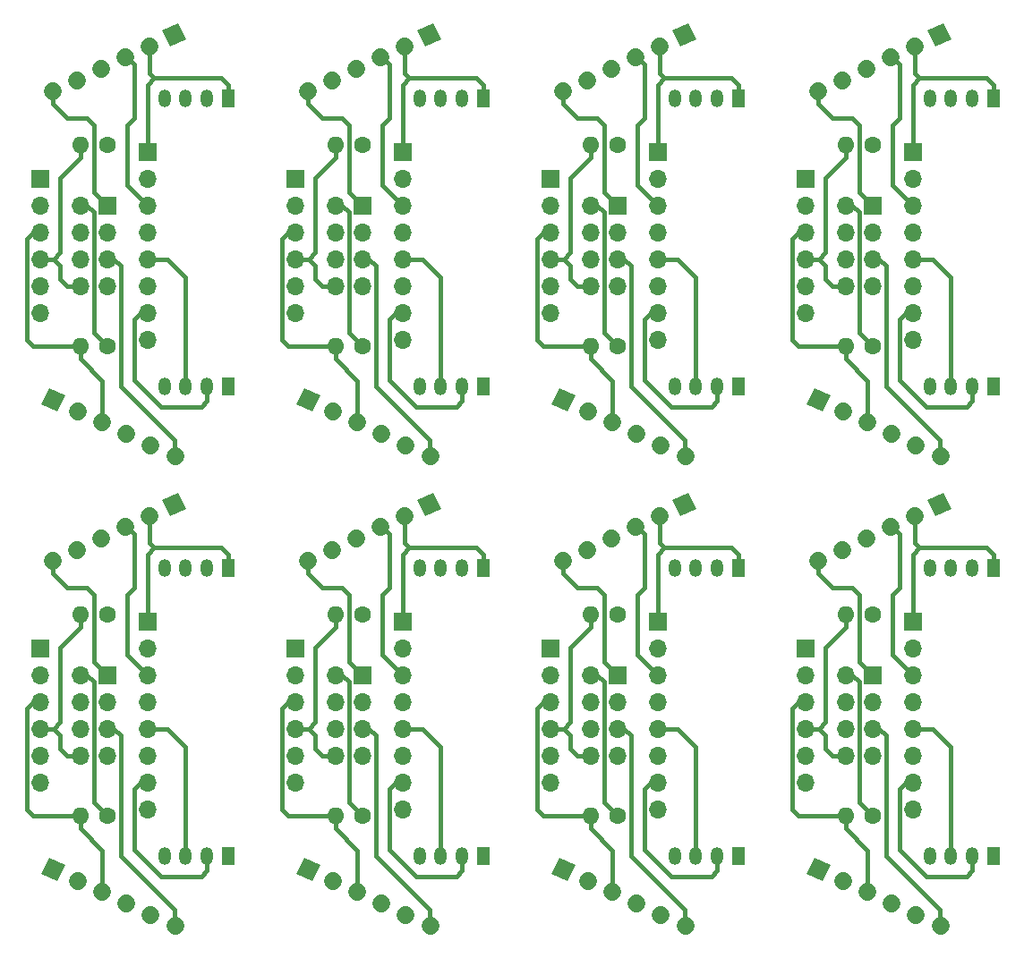
<source format=gtl>
G04 #@! TF.FileFunction,Copper,L1,Top,Signal*
%FSLAX46Y46*%
G04 Gerber Fmt 4.6, Leading zero omitted, Abs format (unit mm)*
G04 Created by KiCad (PCBNEW 4.0.7) date 06/11/20 11:20:33*
%MOMM*%
%LPD*%
G01*
G04 APERTURE LIST*
%ADD10C,0.100000*%
%ADD11R,1.700000X1.700000*%
%ADD12O,1.700000X1.700000*%
%ADD13C,1.600000*%
%ADD14O,1.600000X1.600000*%
%ADD15C,1.700000*%
%ADD16R,1.200000X1.700000*%
%ADD17O,1.200000X1.700000*%
%ADD18C,0.400000*%
G04 APERTURE END LIST*
D10*
D11*
X144780000Y-102870000D03*
D12*
X142240000Y-102870000D03*
X144780000Y-105410000D03*
X142240000Y-105410000D03*
X144780000Y-107950000D03*
X142240000Y-107950000D03*
X144780000Y-110490000D03*
X142240000Y-110490000D03*
D11*
X120650000Y-102870000D03*
D12*
X118110000Y-102870000D03*
X120650000Y-105410000D03*
X118110000Y-105410000D03*
X120650000Y-107950000D03*
X118110000Y-107950000D03*
X120650000Y-110490000D03*
X118110000Y-110490000D03*
D11*
X96520000Y-102870000D03*
D12*
X93980000Y-102870000D03*
X96520000Y-105410000D03*
X93980000Y-105410000D03*
X96520000Y-107950000D03*
X93980000Y-107950000D03*
X96520000Y-110490000D03*
X93980000Y-110490000D03*
D11*
X72390000Y-102870000D03*
D12*
X69850000Y-102870000D03*
X72390000Y-105410000D03*
X69850000Y-105410000D03*
X72390000Y-107950000D03*
X69850000Y-107950000D03*
X72390000Y-110490000D03*
X69850000Y-110490000D03*
D11*
X144780000Y-58420000D03*
D12*
X142240000Y-58420000D03*
X144780000Y-60960000D03*
X142240000Y-60960000D03*
X144780000Y-63500000D03*
X142240000Y-63500000D03*
X144780000Y-66040000D03*
X142240000Y-66040000D03*
D11*
X120650000Y-58420000D03*
D12*
X118110000Y-58420000D03*
X120650000Y-60960000D03*
X118110000Y-60960000D03*
X120650000Y-63500000D03*
X118110000Y-63500000D03*
X120650000Y-66040000D03*
X118110000Y-66040000D03*
D11*
X96520000Y-58420000D03*
D12*
X93980000Y-58420000D03*
X96520000Y-60960000D03*
X93980000Y-60960000D03*
X96520000Y-63500000D03*
X93980000Y-63500000D03*
X96520000Y-66040000D03*
X93980000Y-66040000D03*
D13*
X144780000Y-116205000D03*
D14*
X142240000Y-116205000D03*
D13*
X120650000Y-116205000D03*
D14*
X118110000Y-116205000D03*
D13*
X96520000Y-116205000D03*
D14*
X93980000Y-116205000D03*
D13*
X72390000Y-116205000D03*
D14*
X69850000Y-116205000D03*
D13*
X144780000Y-71755000D03*
D14*
X142240000Y-71755000D03*
D13*
X120650000Y-71755000D03*
D14*
X118110000Y-71755000D03*
D13*
X96520000Y-71755000D03*
D14*
X93980000Y-71755000D03*
D13*
X144780000Y-97155000D03*
D14*
X142240000Y-97155000D03*
D13*
X120650000Y-97155000D03*
D14*
X118110000Y-97155000D03*
D13*
X96520000Y-97155000D03*
D14*
X93980000Y-97155000D03*
D13*
X72390000Y-97155000D03*
D14*
X69850000Y-97155000D03*
D13*
X144780000Y-52705000D03*
D14*
X142240000Y-52705000D03*
D13*
X120650000Y-52705000D03*
D14*
X118110000Y-52705000D03*
D13*
X96520000Y-52705000D03*
D14*
X93980000Y-52705000D03*
D10*
G36*
X150000413Y-86329864D02*
X151541136Y-85611413D01*
X152259587Y-87152136D01*
X150718864Y-87870587D01*
X150000413Y-86329864D01*
X150000413Y-86329864D01*
G37*
D15*
X148827978Y-87814450D02*
X148827978Y-87814450D01*
X146525956Y-88887901D02*
X146525956Y-88887901D01*
X144223935Y-89961351D02*
X144223935Y-89961351D01*
X141921913Y-91034802D02*
X141921913Y-91034802D01*
X139619891Y-92108252D02*
X139619891Y-92108252D01*
D10*
G36*
X125870413Y-86329864D02*
X127411136Y-85611413D01*
X128129587Y-87152136D01*
X126588864Y-87870587D01*
X125870413Y-86329864D01*
X125870413Y-86329864D01*
G37*
D15*
X124697978Y-87814450D02*
X124697978Y-87814450D01*
X122395956Y-88887901D02*
X122395956Y-88887901D01*
X120093935Y-89961351D02*
X120093935Y-89961351D01*
X117791913Y-91034802D02*
X117791913Y-91034802D01*
X115489891Y-92108252D02*
X115489891Y-92108252D01*
D10*
G36*
X101740413Y-86329864D02*
X103281136Y-85611413D01*
X103999587Y-87152136D01*
X102458864Y-87870587D01*
X101740413Y-86329864D01*
X101740413Y-86329864D01*
G37*
D15*
X100567978Y-87814450D02*
X100567978Y-87814450D01*
X98265956Y-88887901D02*
X98265956Y-88887901D01*
X95963935Y-89961351D02*
X95963935Y-89961351D01*
X93661913Y-91034802D02*
X93661913Y-91034802D01*
X91359891Y-92108252D02*
X91359891Y-92108252D01*
D10*
G36*
X77610413Y-86329864D02*
X79151136Y-85611413D01*
X79869587Y-87152136D01*
X78328864Y-87870587D01*
X77610413Y-86329864D01*
X77610413Y-86329864D01*
G37*
D15*
X76437978Y-87814450D02*
X76437978Y-87814450D01*
X74135956Y-88887901D02*
X74135956Y-88887901D01*
X71833935Y-89961351D02*
X71833935Y-89961351D01*
X69531913Y-91034802D02*
X69531913Y-91034802D01*
X67229891Y-92108252D02*
X67229891Y-92108252D01*
D10*
G36*
X150000413Y-41879864D02*
X151541136Y-41161413D01*
X152259587Y-42702136D01*
X150718864Y-43420587D01*
X150000413Y-41879864D01*
X150000413Y-41879864D01*
G37*
D15*
X148827978Y-43364450D02*
X148827978Y-43364450D01*
X146525956Y-44437901D02*
X146525956Y-44437901D01*
X144223935Y-45511351D02*
X144223935Y-45511351D01*
X141921913Y-46584802D02*
X141921913Y-46584802D01*
X139619891Y-47658252D02*
X139619891Y-47658252D01*
D10*
G36*
X125870413Y-41879864D02*
X127411136Y-41161413D01*
X128129587Y-42702136D01*
X126588864Y-43420587D01*
X125870413Y-41879864D01*
X125870413Y-41879864D01*
G37*
D15*
X124697978Y-43364450D02*
X124697978Y-43364450D01*
X122395956Y-44437901D02*
X122395956Y-44437901D01*
X120093935Y-45511351D02*
X120093935Y-45511351D01*
X117791913Y-46584802D02*
X117791913Y-46584802D01*
X115489891Y-47658252D02*
X115489891Y-47658252D01*
D10*
G36*
X101740413Y-41879864D02*
X103281136Y-41161413D01*
X103999587Y-42702136D01*
X102458864Y-43420587D01*
X101740413Y-41879864D01*
X101740413Y-41879864D01*
G37*
D15*
X100567978Y-43364450D02*
X100567978Y-43364450D01*
X98265956Y-44437901D02*
X98265956Y-44437901D01*
X95963935Y-45511351D02*
X95963935Y-45511351D01*
X93661913Y-46584802D02*
X93661913Y-46584802D01*
X91359891Y-47658252D02*
X91359891Y-47658252D01*
D11*
X138430000Y-100330000D03*
D12*
X138430000Y-102870000D03*
X138430000Y-105410000D03*
X138430000Y-107950000D03*
X138430000Y-110490000D03*
X138430000Y-113030000D03*
D11*
X114300000Y-100330000D03*
D12*
X114300000Y-102870000D03*
X114300000Y-105410000D03*
X114300000Y-107950000D03*
X114300000Y-110490000D03*
X114300000Y-113030000D03*
D11*
X90170000Y-100330000D03*
D12*
X90170000Y-102870000D03*
X90170000Y-105410000D03*
X90170000Y-107950000D03*
X90170000Y-110490000D03*
X90170000Y-113030000D03*
D11*
X66040000Y-100330000D03*
D12*
X66040000Y-102870000D03*
X66040000Y-105410000D03*
X66040000Y-107950000D03*
X66040000Y-110490000D03*
X66040000Y-113030000D03*
D11*
X138430000Y-55880000D03*
D12*
X138430000Y-58420000D03*
X138430000Y-60960000D03*
X138430000Y-63500000D03*
X138430000Y-66040000D03*
X138430000Y-68580000D03*
D11*
X114300000Y-55880000D03*
D12*
X114300000Y-58420000D03*
X114300000Y-60960000D03*
X114300000Y-63500000D03*
X114300000Y-66040000D03*
X114300000Y-68580000D03*
D11*
X90170000Y-55880000D03*
D12*
X90170000Y-58420000D03*
X90170000Y-60960000D03*
X90170000Y-63500000D03*
X90170000Y-66040000D03*
X90170000Y-68580000D03*
D11*
X148590000Y-97790000D03*
D12*
X148590000Y-100330000D03*
X148590000Y-102870000D03*
X148590000Y-105410000D03*
X148590000Y-107950000D03*
X148590000Y-110490000D03*
X148590000Y-113030000D03*
X148590000Y-115570000D03*
D11*
X124460000Y-97790000D03*
D12*
X124460000Y-100330000D03*
X124460000Y-102870000D03*
X124460000Y-105410000D03*
X124460000Y-107950000D03*
X124460000Y-110490000D03*
X124460000Y-113030000D03*
X124460000Y-115570000D03*
D11*
X100330000Y-97790000D03*
D12*
X100330000Y-100330000D03*
X100330000Y-102870000D03*
X100330000Y-105410000D03*
X100330000Y-107950000D03*
X100330000Y-110490000D03*
X100330000Y-113030000D03*
X100330000Y-115570000D03*
D11*
X76200000Y-97790000D03*
D12*
X76200000Y-100330000D03*
X76200000Y-102870000D03*
X76200000Y-105410000D03*
X76200000Y-107950000D03*
X76200000Y-110490000D03*
X76200000Y-113030000D03*
X76200000Y-115570000D03*
D11*
X148590000Y-53340000D03*
D12*
X148590000Y-55880000D03*
X148590000Y-58420000D03*
X148590000Y-60960000D03*
X148590000Y-63500000D03*
X148590000Y-66040000D03*
X148590000Y-68580000D03*
X148590000Y-71120000D03*
D11*
X124460000Y-53340000D03*
D12*
X124460000Y-55880000D03*
X124460000Y-58420000D03*
X124460000Y-60960000D03*
X124460000Y-63500000D03*
X124460000Y-66040000D03*
X124460000Y-68580000D03*
X124460000Y-71120000D03*
D11*
X100330000Y-53340000D03*
D12*
X100330000Y-55880000D03*
X100330000Y-58420000D03*
X100330000Y-60960000D03*
X100330000Y-63500000D03*
X100330000Y-66040000D03*
X100330000Y-68580000D03*
X100330000Y-71120000D03*
D16*
X156210000Y-92710000D03*
D17*
X154210000Y-92710000D03*
X152210000Y-92710000D03*
X150210000Y-92710000D03*
D16*
X132080000Y-92710000D03*
D17*
X130080000Y-92710000D03*
X128080000Y-92710000D03*
X126080000Y-92710000D03*
D16*
X107950000Y-92710000D03*
D17*
X105950000Y-92710000D03*
X103950000Y-92710000D03*
X101950000Y-92710000D03*
D16*
X83820000Y-92710000D03*
D17*
X81820000Y-92710000D03*
X79820000Y-92710000D03*
X77820000Y-92710000D03*
D16*
X156210000Y-48260000D03*
D17*
X154210000Y-48260000D03*
X152210000Y-48260000D03*
X150210000Y-48260000D03*
D16*
X132080000Y-48260000D03*
D17*
X130080000Y-48260000D03*
X128080000Y-48260000D03*
X126080000Y-48260000D03*
D16*
X107950000Y-48260000D03*
D17*
X105950000Y-48260000D03*
X103950000Y-48260000D03*
X101950000Y-48260000D03*
D10*
G36*
X140111136Y-122414587D02*
X138570413Y-121696136D01*
X139288864Y-120155413D01*
X140829587Y-120873864D01*
X140111136Y-122414587D01*
X140111136Y-122414587D01*
G37*
D15*
X142002022Y-122358450D02*
X142002022Y-122358450D01*
X144304044Y-123431901D02*
X144304044Y-123431901D01*
X146606065Y-124505351D02*
X146606065Y-124505351D01*
X148908087Y-125578802D02*
X148908087Y-125578802D01*
X151210109Y-126652252D02*
X151210109Y-126652252D01*
D10*
G36*
X115981136Y-122414587D02*
X114440413Y-121696136D01*
X115158864Y-120155413D01*
X116699587Y-120873864D01*
X115981136Y-122414587D01*
X115981136Y-122414587D01*
G37*
D15*
X117872022Y-122358450D02*
X117872022Y-122358450D01*
X120174044Y-123431901D02*
X120174044Y-123431901D01*
X122476065Y-124505351D02*
X122476065Y-124505351D01*
X124778087Y-125578802D02*
X124778087Y-125578802D01*
X127080109Y-126652252D02*
X127080109Y-126652252D01*
D10*
G36*
X91851136Y-122414587D02*
X90310413Y-121696136D01*
X91028864Y-120155413D01*
X92569587Y-120873864D01*
X91851136Y-122414587D01*
X91851136Y-122414587D01*
G37*
D15*
X93742022Y-122358450D02*
X93742022Y-122358450D01*
X96044044Y-123431901D02*
X96044044Y-123431901D01*
X98346065Y-124505351D02*
X98346065Y-124505351D01*
X100648087Y-125578802D02*
X100648087Y-125578802D01*
X102950109Y-126652252D02*
X102950109Y-126652252D01*
D10*
G36*
X67721136Y-122414587D02*
X66180413Y-121696136D01*
X66898864Y-120155413D01*
X68439587Y-120873864D01*
X67721136Y-122414587D01*
X67721136Y-122414587D01*
G37*
D15*
X69612022Y-122358450D02*
X69612022Y-122358450D01*
X71914044Y-123431901D02*
X71914044Y-123431901D01*
X74216065Y-124505351D02*
X74216065Y-124505351D01*
X76518087Y-125578802D02*
X76518087Y-125578802D01*
X78820109Y-126652252D02*
X78820109Y-126652252D01*
D10*
G36*
X140111136Y-77964587D02*
X138570413Y-77246136D01*
X139288864Y-75705413D01*
X140829587Y-76423864D01*
X140111136Y-77964587D01*
X140111136Y-77964587D01*
G37*
D15*
X142002022Y-77908450D02*
X142002022Y-77908450D01*
X144304044Y-78981901D02*
X144304044Y-78981901D01*
X146606065Y-80055351D02*
X146606065Y-80055351D01*
X148908087Y-81128802D02*
X148908087Y-81128802D01*
X151210109Y-82202252D02*
X151210109Y-82202252D01*
D10*
G36*
X115981136Y-77964587D02*
X114440413Y-77246136D01*
X115158864Y-75705413D01*
X116699587Y-76423864D01*
X115981136Y-77964587D01*
X115981136Y-77964587D01*
G37*
D15*
X117872022Y-77908450D02*
X117872022Y-77908450D01*
X120174044Y-78981901D02*
X120174044Y-78981901D01*
X122476065Y-80055351D02*
X122476065Y-80055351D01*
X124778087Y-81128802D02*
X124778087Y-81128802D01*
X127080109Y-82202252D02*
X127080109Y-82202252D01*
D10*
G36*
X91851136Y-77964587D02*
X90310413Y-77246136D01*
X91028864Y-75705413D01*
X92569587Y-76423864D01*
X91851136Y-77964587D01*
X91851136Y-77964587D01*
G37*
D15*
X93742022Y-77908450D02*
X93742022Y-77908450D01*
X96044044Y-78981901D02*
X96044044Y-78981901D01*
X98346065Y-80055351D02*
X98346065Y-80055351D01*
X100648087Y-81128802D02*
X100648087Y-81128802D01*
X102950109Y-82202252D02*
X102950109Y-82202252D01*
D16*
X156210000Y-120015000D03*
D17*
X154210000Y-120015000D03*
X152210000Y-120015000D03*
X150210000Y-120015000D03*
D16*
X132080000Y-120015000D03*
D17*
X130080000Y-120015000D03*
X128080000Y-120015000D03*
X126080000Y-120015000D03*
D16*
X107950000Y-120015000D03*
D17*
X105950000Y-120015000D03*
X103950000Y-120015000D03*
X101950000Y-120015000D03*
D16*
X83820000Y-120015000D03*
D17*
X81820000Y-120015000D03*
X79820000Y-120015000D03*
X77820000Y-120015000D03*
D16*
X156210000Y-75565000D03*
D17*
X154210000Y-75565000D03*
X152210000Y-75565000D03*
X150210000Y-75565000D03*
D16*
X132080000Y-75565000D03*
D17*
X130080000Y-75565000D03*
X128080000Y-75565000D03*
X126080000Y-75565000D03*
D16*
X107950000Y-75565000D03*
D17*
X105950000Y-75565000D03*
X103950000Y-75565000D03*
X101950000Y-75565000D03*
D11*
X76200000Y-53340000D03*
D12*
X76200000Y-55880000D03*
X76200000Y-58420000D03*
X76200000Y-60960000D03*
X76200000Y-63500000D03*
X76200000Y-66040000D03*
X76200000Y-68580000D03*
X76200000Y-71120000D03*
D11*
X72390000Y-58420000D03*
D12*
X69850000Y-58420000D03*
X72390000Y-60960000D03*
X69850000Y-60960000D03*
X72390000Y-63500000D03*
X69850000Y-63500000D03*
X72390000Y-66040000D03*
X69850000Y-66040000D03*
D16*
X83820000Y-48260000D03*
D17*
X81820000Y-48260000D03*
X79820000Y-48260000D03*
X77820000Y-48260000D03*
D16*
X83820000Y-75565000D03*
D17*
X81820000Y-75565000D03*
X79820000Y-75565000D03*
X77820000Y-75565000D03*
D10*
G36*
X67721136Y-77964587D02*
X66180413Y-77246136D01*
X66898864Y-75705413D01*
X68439587Y-76423864D01*
X67721136Y-77964587D01*
X67721136Y-77964587D01*
G37*
D15*
X69612022Y-77908450D02*
X69612022Y-77908450D01*
X71914044Y-78981901D02*
X71914044Y-78981901D01*
X74216065Y-80055351D02*
X74216065Y-80055351D01*
X76518087Y-81128802D02*
X76518087Y-81128802D01*
X78820109Y-82202252D02*
X78820109Y-82202252D01*
D11*
X66040000Y-55880000D03*
D12*
X66040000Y-58420000D03*
X66040000Y-60960000D03*
X66040000Y-63500000D03*
X66040000Y-66040000D03*
X66040000Y-68580000D03*
D10*
G36*
X77610413Y-41879864D02*
X79151136Y-41161413D01*
X79869587Y-42702136D01*
X78328864Y-43420587D01*
X77610413Y-41879864D01*
X77610413Y-41879864D01*
G37*
D15*
X76437978Y-43364450D02*
X76437978Y-43364450D01*
X74135956Y-44437901D02*
X74135956Y-44437901D01*
X71833935Y-45511351D02*
X71833935Y-45511351D01*
X69531913Y-46584802D02*
X69531913Y-46584802D01*
X67229891Y-47658252D02*
X67229891Y-47658252D01*
D13*
X72390000Y-52705000D03*
D14*
X69850000Y-52705000D03*
D13*
X72390000Y-71755000D03*
D14*
X69850000Y-71755000D03*
D18*
X146050000Y-108585000D02*
X146050000Y-120015000D01*
X121920000Y-108585000D02*
X121920000Y-120015000D01*
X97790000Y-108585000D02*
X97790000Y-120015000D01*
X73660000Y-108585000D02*
X73660000Y-120015000D01*
X146050000Y-64135000D02*
X146050000Y-75565000D01*
X121920000Y-64135000D02*
X121920000Y-75565000D01*
X97790000Y-64135000D02*
X97790000Y-75565000D01*
X144780000Y-107950000D02*
X145415000Y-107950000D01*
X120650000Y-107950000D02*
X121285000Y-107950000D01*
X96520000Y-107950000D02*
X97155000Y-107950000D01*
X72390000Y-107950000D02*
X73025000Y-107950000D01*
X144780000Y-63500000D02*
X145415000Y-63500000D01*
X120650000Y-63500000D02*
X121285000Y-63500000D01*
X96520000Y-63500000D02*
X97155000Y-63500000D01*
X145415000Y-107950000D02*
X146050000Y-108585000D01*
X121285000Y-107950000D02*
X121920000Y-108585000D01*
X97155000Y-107950000D02*
X97790000Y-108585000D01*
X73025000Y-107950000D02*
X73660000Y-108585000D01*
X145415000Y-63500000D02*
X146050000Y-64135000D01*
X121285000Y-63500000D02*
X121920000Y-64135000D01*
X97155000Y-63500000D02*
X97790000Y-64135000D01*
X146050000Y-120015000D02*
X151130000Y-125095000D01*
X121920000Y-120015000D02*
X127000000Y-125095000D01*
X97790000Y-120015000D02*
X102870000Y-125095000D01*
X73660000Y-120015000D02*
X78740000Y-125095000D01*
X146050000Y-75565000D02*
X151130000Y-80645000D01*
X121920000Y-75565000D02*
X127000000Y-80645000D01*
X97790000Y-75565000D02*
X102870000Y-80645000D01*
X151130000Y-125095000D02*
X151130000Y-126572143D01*
X127000000Y-125095000D02*
X127000000Y-126572143D01*
X102870000Y-125095000D02*
X102870000Y-126572143D01*
X78740000Y-125095000D02*
X78740000Y-126572143D01*
X151130000Y-80645000D02*
X151130000Y-82122143D01*
X127000000Y-80645000D02*
X127000000Y-82122143D01*
X102870000Y-80645000D02*
X102870000Y-82122143D01*
X72390000Y-63500000D02*
X73025000Y-63500000D01*
X73025000Y-63500000D02*
X73660000Y-64135000D01*
X78740000Y-80645000D02*
X78740000Y-82122143D01*
X73660000Y-75565000D02*
X78740000Y-80645000D01*
X73660000Y-64135000D02*
X73660000Y-75565000D01*
X150839300Y-86450300D02*
X151130000Y-86741000D01*
X126709300Y-86450300D02*
X127000000Y-86741000D01*
X102579300Y-86450300D02*
X102870000Y-86741000D01*
X78449300Y-86450300D02*
X78740000Y-86741000D01*
X150839300Y-42000300D02*
X151130000Y-42291000D01*
X126709300Y-42000300D02*
X127000000Y-42291000D01*
X102579300Y-42000300D02*
X102870000Y-42291000D01*
X150749000Y-86360000D02*
X151130000Y-86741000D01*
X126619000Y-86360000D02*
X127000000Y-86741000D01*
X102489000Y-86360000D02*
X102870000Y-86741000D01*
X78359000Y-86360000D02*
X78740000Y-86741000D01*
X150749000Y-41910000D02*
X151130000Y-42291000D01*
X126619000Y-41910000D02*
X127000000Y-42291000D01*
X102489000Y-41910000D02*
X102870000Y-42291000D01*
X142875000Y-102870000D02*
X143510000Y-103505000D01*
X118745000Y-102870000D02*
X119380000Y-103505000D01*
X94615000Y-102870000D02*
X95250000Y-103505000D01*
X70485000Y-102870000D02*
X71120000Y-103505000D01*
X142875000Y-58420000D02*
X143510000Y-59055000D01*
X118745000Y-58420000D02*
X119380000Y-59055000D01*
X94615000Y-58420000D02*
X95250000Y-59055000D01*
X142240000Y-102870000D02*
X142875000Y-102870000D01*
X118110000Y-102870000D02*
X118745000Y-102870000D01*
X93980000Y-102870000D02*
X94615000Y-102870000D01*
X69850000Y-102870000D02*
X70485000Y-102870000D01*
X142240000Y-58420000D02*
X142875000Y-58420000D01*
X118110000Y-58420000D02*
X118745000Y-58420000D01*
X93980000Y-58420000D02*
X94615000Y-58420000D01*
X143510000Y-103505000D02*
X143510000Y-114935000D01*
X119380000Y-103505000D02*
X119380000Y-114935000D01*
X95250000Y-103505000D02*
X95250000Y-114935000D01*
X71120000Y-103505000D02*
X71120000Y-114935000D01*
X143510000Y-59055000D02*
X143510000Y-70485000D01*
X119380000Y-59055000D02*
X119380000Y-70485000D01*
X95250000Y-59055000D02*
X95250000Y-70485000D01*
X147955000Y-113030000D02*
X147320000Y-113665000D01*
X123825000Y-113030000D02*
X123190000Y-113665000D01*
X99695000Y-113030000D02*
X99060000Y-113665000D01*
X75565000Y-113030000D02*
X74930000Y-113665000D01*
X147955000Y-68580000D02*
X147320000Y-69215000D01*
X123825000Y-68580000D02*
X123190000Y-69215000D01*
X99695000Y-68580000D02*
X99060000Y-69215000D01*
X148590000Y-113030000D02*
X147955000Y-113030000D01*
X124460000Y-113030000D02*
X123825000Y-113030000D01*
X100330000Y-113030000D02*
X99695000Y-113030000D01*
X76200000Y-113030000D02*
X75565000Y-113030000D01*
X148590000Y-68580000D02*
X147955000Y-68580000D01*
X124460000Y-68580000D02*
X123825000Y-68580000D01*
X100330000Y-68580000D02*
X99695000Y-68580000D01*
X147320000Y-113665000D02*
X147320000Y-119380000D01*
X123190000Y-113665000D02*
X123190000Y-119380000D01*
X99060000Y-113665000D02*
X99060000Y-119380000D01*
X74930000Y-113665000D02*
X74930000Y-119380000D01*
X147320000Y-69215000D02*
X147320000Y-74930000D01*
X123190000Y-69215000D02*
X123190000Y-74930000D01*
X99060000Y-69215000D02*
X99060000Y-74930000D01*
X149860000Y-121920000D02*
X153670000Y-121920000D01*
X125730000Y-121920000D02*
X129540000Y-121920000D01*
X101600000Y-121920000D02*
X105410000Y-121920000D01*
X77470000Y-121920000D02*
X81280000Y-121920000D01*
X149860000Y-77470000D02*
X153670000Y-77470000D01*
X125730000Y-77470000D02*
X129540000Y-77470000D01*
X101600000Y-77470000D02*
X105410000Y-77470000D01*
X153670000Y-121920000D02*
X154210000Y-121380000D01*
X129540000Y-121920000D02*
X130080000Y-121380000D01*
X105410000Y-121920000D02*
X105950000Y-121380000D01*
X81280000Y-121920000D02*
X81820000Y-121380000D01*
X153670000Y-77470000D02*
X154210000Y-76930000D01*
X129540000Y-77470000D02*
X130080000Y-76930000D01*
X105410000Y-77470000D02*
X105950000Y-76930000D01*
X154210000Y-121380000D02*
X154210000Y-120015000D01*
X130080000Y-121380000D02*
X130080000Y-120015000D01*
X105950000Y-121380000D02*
X105950000Y-120015000D01*
X81820000Y-121380000D02*
X81820000Y-120015000D01*
X154210000Y-76930000D02*
X154210000Y-75565000D01*
X130080000Y-76930000D02*
X130080000Y-75565000D01*
X105950000Y-76930000D02*
X105950000Y-75565000D01*
X147320000Y-119380000D02*
X149860000Y-121920000D01*
X123190000Y-119380000D02*
X125730000Y-121920000D01*
X99060000Y-119380000D02*
X101600000Y-121920000D01*
X74930000Y-119380000D02*
X77470000Y-121920000D01*
X147320000Y-74930000D02*
X149860000Y-77470000D01*
X123190000Y-74930000D02*
X125730000Y-77470000D01*
X99060000Y-74930000D02*
X101600000Y-77470000D01*
X143510000Y-114935000D02*
X144780000Y-116205000D01*
X119380000Y-114935000D02*
X120650000Y-116205000D01*
X95250000Y-114935000D02*
X96520000Y-116205000D01*
X71120000Y-114935000D02*
X72390000Y-116205000D01*
X143510000Y-70485000D02*
X144780000Y-71755000D01*
X119380000Y-70485000D02*
X120650000Y-71755000D01*
X95250000Y-70485000D02*
X96520000Y-71755000D01*
X76200000Y-68580000D02*
X75565000Y-68580000D01*
X75565000Y-68580000D02*
X74930000Y-69215000D01*
X81820000Y-76930000D02*
X81820000Y-75565000D01*
X81280000Y-77470000D02*
X81820000Y-76930000D01*
X77470000Y-77470000D02*
X81280000Y-77470000D01*
X74930000Y-74930000D02*
X77470000Y-77470000D01*
X74930000Y-69215000D02*
X74930000Y-74930000D01*
X69850000Y-58420000D02*
X70485000Y-58420000D01*
X70485000Y-58420000D02*
X71120000Y-59055000D01*
X71120000Y-59055000D02*
X71120000Y-70485000D01*
X71120000Y-70485000D02*
X72390000Y-71755000D01*
X78359000Y-41910000D02*
X78740000Y-42291000D01*
X78449300Y-42000300D02*
X78740000Y-42291000D01*
X156210000Y-91440000D02*
X155575000Y-90805000D01*
X132080000Y-91440000D02*
X131445000Y-90805000D01*
X107950000Y-91440000D02*
X107315000Y-90805000D01*
X83820000Y-91440000D02*
X83185000Y-90805000D01*
X156210000Y-46990000D02*
X155575000Y-46355000D01*
X132080000Y-46990000D02*
X131445000Y-46355000D01*
X107950000Y-46990000D02*
X107315000Y-46355000D01*
X155575000Y-90805000D02*
X149225000Y-90805000D01*
X131445000Y-90805000D02*
X125095000Y-90805000D01*
X107315000Y-90805000D02*
X100965000Y-90805000D01*
X83185000Y-90805000D02*
X76835000Y-90805000D01*
X155575000Y-46355000D02*
X149225000Y-46355000D01*
X131445000Y-46355000D02*
X125095000Y-46355000D01*
X107315000Y-46355000D02*
X100965000Y-46355000D01*
X156210000Y-92710000D02*
X156210000Y-91440000D01*
X132080000Y-92710000D02*
X132080000Y-91440000D01*
X107950000Y-92710000D02*
X107950000Y-91440000D01*
X83820000Y-92710000D02*
X83820000Y-91440000D01*
X156210000Y-48260000D02*
X156210000Y-46990000D01*
X132080000Y-48260000D02*
X132080000Y-46990000D01*
X107950000Y-48260000D02*
X107950000Y-46990000D01*
X148590000Y-91440000D02*
X148590000Y-97790000D01*
X124460000Y-91440000D02*
X124460000Y-97790000D01*
X100330000Y-91440000D02*
X100330000Y-97790000D01*
X76200000Y-91440000D02*
X76200000Y-97790000D01*
X148590000Y-46990000D02*
X148590000Y-53340000D01*
X124460000Y-46990000D02*
X124460000Y-53340000D01*
X100330000Y-46990000D02*
X100330000Y-53340000D01*
X149225000Y-90805000D02*
X148827978Y-90407978D01*
X125095000Y-90805000D02*
X124697978Y-90407978D01*
X100965000Y-90805000D02*
X100567978Y-90407978D01*
X76835000Y-90805000D02*
X76437978Y-90407978D01*
X149225000Y-46355000D02*
X148827978Y-45957978D01*
X125095000Y-46355000D02*
X124697978Y-45957978D01*
X100965000Y-46355000D02*
X100567978Y-45957978D01*
X148827978Y-90407978D02*
X148827978Y-87814450D01*
X124697978Y-90407978D02*
X124697978Y-87814450D01*
X100567978Y-90407978D02*
X100567978Y-87814450D01*
X76437978Y-90407978D02*
X76437978Y-87814450D01*
X148827978Y-45957978D02*
X148827978Y-43364450D01*
X124697978Y-45957978D02*
X124697978Y-43364450D01*
X100567978Y-45957978D02*
X100567978Y-43364450D01*
X149225000Y-90805000D02*
X148590000Y-91440000D01*
X125095000Y-90805000D02*
X124460000Y-91440000D01*
X100965000Y-90805000D02*
X100330000Y-91440000D01*
X76835000Y-90805000D02*
X76200000Y-91440000D01*
X149225000Y-46355000D02*
X148590000Y-46990000D01*
X125095000Y-46355000D02*
X124460000Y-46990000D01*
X100965000Y-46355000D02*
X100330000Y-46990000D01*
X76835000Y-46355000D02*
X76200000Y-46990000D01*
X76200000Y-46990000D02*
X76200000Y-53340000D01*
X83820000Y-48260000D02*
X83820000Y-46990000D01*
X76437978Y-45957978D02*
X76437978Y-43364450D01*
X76835000Y-46355000D02*
X76437978Y-45957978D01*
X83185000Y-46355000D02*
X76835000Y-46355000D01*
X83820000Y-46990000D02*
X83185000Y-46355000D01*
X143510000Y-95250000D02*
X143510000Y-101600000D01*
X119380000Y-95250000D02*
X119380000Y-101600000D01*
X95250000Y-95250000D02*
X95250000Y-101600000D01*
X71120000Y-95250000D02*
X71120000Y-101600000D01*
X143510000Y-50800000D02*
X143510000Y-57150000D01*
X119380000Y-50800000D02*
X119380000Y-57150000D01*
X95250000Y-50800000D02*
X95250000Y-57150000D01*
X143510000Y-101600000D02*
X144780000Y-102870000D01*
X119380000Y-101600000D02*
X120650000Y-102870000D01*
X95250000Y-101600000D02*
X96520000Y-102870000D01*
X71120000Y-101600000D02*
X72390000Y-102870000D01*
X143510000Y-57150000D02*
X144780000Y-58420000D01*
X119380000Y-57150000D02*
X120650000Y-58420000D01*
X95250000Y-57150000D02*
X96520000Y-58420000D01*
X139619891Y-92108252D02*
X139619891Y-93264891D01*
X115489891Y-92108252D02*
X115489891Y-93264891D01*
X91359891Y-92108252D02*
X91359891Y-93264891D01*
X67229891Y-92108252D02*
X67229891Y-93264891D01*
X139619891Y-47658252D02*
X139619891Y-48814891D01*
X115489891Y-47658252D02*
X115489891Y-48814891D01*
X91359891Y-47658252D02*
X91359891Y-48814891D01*
X140970000Y-94615000D02*
X142875000Y-94615000D01*
X116840000Y-94615000D02*
X118745000Y-94615000D01*
X92710000Y-94615000D02*
X94615000Y-94615000D01*
X68580000Y-94615000D02*
X70485000Y-94615000D01*
X140970000Y-50165000D02*
X142875000Y-50165000D01*
X116840000Y-50165000D02*
X118745000Y-50165000D01*
X92710000Y-50165000D02*
X94615000Y-50165000D01*
X139619891Y-93264891D02*
X140970000Y-94615000D01*
X115489891Y-93264891D02*
X116840000Y-94615000D01*
X91359891Y-93264891D02*
X92710000Y-94615000D01*
X67229891Y-93264891D02*
X68580000Y-94615000D01*
X139619891Y-48814891D02*
X140970000Y-50165000D01*
X115489891Y-48814891D02*
X116840000Y-50165000D01*
X91359891Y-48814891D02*
X92710000Y-50165000D01*
X142875000Y-94615000D02*
X143510000Y-95250000D01*
X118745000Y-94615000D02*
X119380000Y-95250000D01*
X94615000Y-94615000D02*
X95250000Y-95250000D01*
X70485000Y-94615000D02*
X71120000Y-95250000D01*
X142875000Y-50165000D02*
X143510000Y-50800000D01*
X118745000Y-50165000D02*
X119380000Y-50800000D01*
X94615000Y-50165000D02*
X95250000Y-50800000D01*
X67229891Y-47658252D02*
X67229891Y-48814891D01*
X71120000Y-57150000D02*
X72390000Y-58420000D01*
X71120000Y-50800000D02*
X71120000Y-57150000D01*
X70485000Y-50165000D02*
X71120000Y-50800000D01*
X68580000Y-50165000D02*
X70485000Y-50165000D01*
X67229891Y-48814891D02*
X68580000Y-50165000D01*
X140335000Y-107315000D02*
X140335000Y-100260300D01*
X116205000Y-107315000D02*
X116205000Y-100260300D01*
X92075000Y-107315000D02*
X92075000Y-100260300D01*
X67945000Y-107315000D02*
X67945000Y-100260300D01*
X140335000Y-62865000D02*
X140335000Y-55810300D01*
X116205000Y-62865000D02*
X116205000Y-55810300D01*
X92075000Y-62865000D02*
X92075000Y-55810300D01*
X142240000Y-97755100D02*
X142240000Y-97155000D01*
X118110000Y-97755100D02*
X118110000Y-97155000D01*
X93980000Y-97755100D02*
X93980000Y-97155000D01*
X69850000Y-97755100D02*
X69850000Y-97155000D01*
X142240000Y-53305100D02*
X142240000Y-52705000D01*
X118110000Y-53305100D02*
X118110000Y-52705000D01*
X93980000Y-53305100D02*
X93980000Y-52705000D01*
X142240000Y-97755100D02*
X142240000Y-98355300D01*
X118110000Y-97755100D02*
X118110000Y-98355300D01*
X93980000Y-97755100D02*
X93980000Y-98355300D01*
X69850000Y-97755100D02*
X69850000Y-98355300D01*
X142240000Y-53305100D02*
X142240000Y-53905300D01*
X118110000Y-53305100D02*
X118110000Y-53905300D01*
X93980000Y-53305100D02*
X93980000Y-53905300D01*
X142240000Y-98355300D02*
X140335000Y-100260300D01*
X118110000Y-98355300D02*
X116205000Y-100260300D01*
X93980000Y-98355300D02*
X92075000Y-100260300D01*
X69850000Y-98355300D02*
X67945000Y-100260300D01*
X142240000Y-53905300D02*
X140335000Y-55810300D01*
X118110000Y-53905300D02*
X116205000Y-55810300D01*
X93980000Y-53905300D02*
X92075000Y-55810300D01*
X138430000Y-107950000D02*
X139700000Y-107950000D01*
X114300000Y-107950000D02*
X115570000Y-107950000D01*
X90170000Y-107950000D02*
X91440000Y-107950000D01*
X66040000Y-107950000D02*
X67310000Y-107950000D01*
X138430000Y-63500000D02*
X139700000Y-63500000D01*
X114300000Y-63500000D02*
X115570000Y-63500000D01*
X90170000Y-63500000D02*
X91440000Y-63500000D01*
X139700000Y-107950000D02*
X140335000Y-107315000D01*
X115570000Y-107950000D02*
X116205000Y-107315000D01*
X91440000Y-107950000D02*
X92075000Y-107315000D01*
X67310000Y-107950000D02*
X67945000Y-107315000D01*
X139700000Y-63500000D02*
X140335000Y-62865000D01*
X115570000Y-63500000D02*
X116205000Y-62865000D01*
X91440000Y-63500000D02*
X92075000Y-62865000D01*
X152210000Y-109665000D02*
X150495000Y-107950000D01*
X128080000Y-109665000D02*
X126365000Y-107950000D01*
X103950000Y-109665000D02*
X102235000Y-107950000D01*
X79820000Y-109665000D02*
X78105000Y-107950000D01*
X152210000Y-65215000D02*
X150495000Y-63500000D01*
X128080000Y-65215000D02*
X126365000Y-63500000D01*
X103950000Y-65215000D02*
X102235000Y-63500000D01*
X150495000Y-107950000D02*
X148590000Y-107950000D01*
X126365000Y-107950000D02*
X124460000Y-107950000D01*
X102235000Y-107950000D02*
X100330000Y-107950000D01*
X78105000Y-107950000D02*
X76200000Y-107950000D01*
X150495000Y-63500000D02*
X148590000Y-63500000D01*
X126365000Y-63500000D02*
X124460000Y-63500000D01*
X102235000Y-63500000D02*
X100330000Y-63500000D01*
X152210000Y-120015000D02*
X152210000Y-109665000D01*
X128080000Y-120015000D02*
X128080000Y-109665000D01*
X103950000Y-120015000D02*
X103950000Y-109665000D01*
X79820000Y-120015000D02*
X79820000Y-109665000D01*
X152210000Y-75565000D02*
X152210000Y-65215000D01*
X128080000Y-75565000D02*
X128080000Y-65215000D01*
X103950000Y-75565000D02*
X103950000Y-65215000D01*
X142240000Y-110490000D02*
X140989700Y-110490000D01*
X118110000Y-110490000D02*
X116859700Y-110490000D01*
X93980000Y-110490000D02*
X92729700Y-110490000D01*
X69850000Y-110490000D02*
X68599700Y-110490000D01*
X142240000Y-66040000D02*
X140989700Y-66040000D01*
X118110000Y-66040000D02*
X116859700Y-66040000D01*
X93980000Y-66040000D02*
X92729700Y-66040000D01*
X140335000Y-108585000D02*
X140335000Y-109835300D01*
X116205000Y-108585000D02*
X116205000Y-109835300D01*
X92075000Y-108585000D02*
X92075000Y-109835300D01*
X67945000Y-108585000D02*
X67945000Y-109835300D01*
X140335000Y-64135000D02*
X140335000Y-65385300D01*
X116205000Y-64135000D02*
X116205000Y-65385300D01*
X92075000Y-64135000D02*
X92075000Y-65385300D01*
X138449700Y-107950000D02*
X138430000Y-107950000D01*
X114319700Y-107950000D02*
X114300000Y-107950000D01*
X90189700Y-107950000D02*
X90170000Y-107950000D01*
X66059700Y-107950000D02*
X66040000Y-107950000D01*
X138449700Y-63500000D02*
X138430000Y-63500000D01*
X114319700Y-63500000D02*
X114300000Y-63500000D01*
X90189700Y-63500000D02*
X90170000Y-63500000D01*
X140989700Y-110490000D02*
X140335000Y-109835300D01*
X116859700Y-110490000D02*
X116205000Y-109835300D01*
X92729700Y-110490000D02*
X92075000Y-109835300D01*
X68599700Y-110490000D02*
X67945000Y-109835300D01*
X140989700Y-66040000D02*
X140335000Y-65385300D01*
X116859700Y-66040000D02*
X116205000Y-65385300D01*
X92729700Y-66040000D02*
X92075000Y-65385300D01*
X139700000Y-107950000D02*
X140335000Y-108585000D01*
X115570000Y-107950000D02*
X116205000Y-108585000D01*
X91440000Y-107950000D02*
X92075000Y-108585000D01*
X67310000Y-107950000D02*
X67945000Y-108585000D01*
X139700000Y-63500000D02*
X140335000Y-64135000D01*
X115570000Y-63500000D02*
X116205000Y-64135000D01*
X91440000Y-63500000D02*
X92075000Y-64135000D01*
X67310000Y-63500000D02*
X67945000Y-62865000D01*
X67945000Y-62865000D02*
X67945000Y-55810300D01*
X66040000Y-63500000D02*
X67310000Y-63500000D01*
X67945000Y-64135000D02*
X67945000Y-65385300D01*
X67310000Y-63500000D02*
X67945000Y-64135000D01*
X79820000Y-75565000D02*
X79820000Y-65215000D01*
X78105000Y-63500000D02*
X76200000Y-63500000D01*
X79820000Y-65215000D02*
X78105000Y-63500000D01*
X69850000Y-66040000D02*
X68599700Y-66040000D01*
X68599700Y-66040000D02*
X67945000Y-65385300D01*
X69850000Y-53905300D02*
X67945000Y-55810300D01*
X69850000Y-53305100D02*
X69850000Y-53905300D01*
X66059700Y-63500000D02*
X66040000Y-63500000D01*
X69850000Y-53305100D02*
X69850000Y-52705000D01*
X146685000Y-100965000D02*
X148590000Y-102870000D01*
X122555000Y-100965000D02*
X124460000Y-102870000D01*
X98425000Y-100965000D02*
X100330000Y-102870000D01*
X74295000Y-100965000D02*
X76200000Y-102870000D01*
X146685000Y-56515000D02*
X148590000Y-58420000D01*
X122555000Y-56515000D02*
X124460000Y-58420000D01*
X98425000Y-56515000D02*
X100330000Y-58420000D01*
X146685000Y-95250000D02*
X146685000Y-100965000D01*
X122555000Y-95250000D02*
X122555000Y-100965000D01*
X98425000Y-95250000D02*
X98425000Y-100965000D01*
X74295000Y-95250000D02*
X74295000Y-100965000D01*
X146685000Y-50800000D02*
X146685000Y-56515000D01*
X122555000Y-50800000D02*
X122555000Y-56515000D01*
X98425000Y-50800000D02*
X98425000Y-56515000D01*
X147320000Y-94615000D02*
X146685000Y-95250000D01*
X123190000Y-94615000D02*
X122555000Y-95250000D01*
X99060000Y-94615000D02*
X98425000Y-95250000D01*
X74930000Y-94615000D02*
X74295000Y-95250000D01*
X147320000Y-50165000D02*
X146685000Y-50800000D01*
X123190000Y-50165000D02*
X122555000Y-50800000D01*
X99060000Y-50165000D02*
X98425000Y-50800000D01*
X146672901Y-88887901D02*
X147320000Y-89535000D01*
X122542901Y-88887901D02*
X123190000Y-89535000D01*
X98412901Y-88887901D02*
X99060000Y-89535000D01*
X74282901Y-88887901D02*
X74930000Y-89535000D01*
X146672901Y-44437901D02*
X147320000Y-45085000D01*
X122542901Y-44437901D02*
X123190000Y-45085000D01*
X98412901Y-44437901D02*
X99060000Y-45085000D01*
X147320000Y-89535000D02*
X147320000Y-94615000D01*
X123190000Y-89535000D02*
X123190000Y-94615000D01*
X99060000Y-89535000D02*
X99060000Y-94615000D01*
X74930000Y-89535000D02*
X74930000Y-94615000D01*
X147320000Y-45085000D02*
X147320000Y-50165000D01*
X123190000Y-45085000D02*
X123190000Y-50165000D01*
X99060000Y-45085000D02*
X99060000Y-50165000D01*
X137160000Y-106045000D02*
X137160000Y-115570000D01*
X113030000Y-106045000D02*
X113030000Y-115570000D01*
X88900000Y-106045000D02*
X88900000Y-115570000D01*
X64770000Y-106045000D02*
X64770000Y-115570000D01*
X137160000Y-61595000D02*
X137160000Y-71120000D01*
X113030000Y-61595000D02*
X113030000Y-71120000D01*
X88900000Y-61595000D02*
X88900000Y-71120000D01*
X137795000Y-116205000D02*
X142240000Y-116205000D01*
X113665000Y-116205000D02*
X118110000Y-116205000D01*
X89535000Y-116205000D02*
X93980000Y-116205000D01*
X65405000Y-116205000D02*
X69850000Y-116205000D01*
X137795000Y-71755000D02*
X142240000Y-71755000D01*
X113665000Y-71755000D02*
X118110000Y-71755000D01*
X89535000Y-71755000D02*
X93980000Y-71755000D01*
X137160000Y-115570000D02*
X137795000Y-116205000D01*
X113030000Y-115570000D02*
X113665000Y-116205000D01*
X88900000Y-115570000D02*
X89535000Y-116205000D01*
X64770000Y-115570000D02*
X65405000Y-116205000D01*
X137160000Y-71120000D02*
X137795000Y-71755000D01*
X113030000Y-71120000D02*
X113665000Y-71755000D01*
X88900000Y-71120000D02*
X89535000Y-71755000D01*
X137795000Y-105410000D02*
X137160000Y-106045000D01*
X113665000Y-105410000D02*
X113030000Y-106045000D01*
X89535000Y-105410000D02*
X88900000Y-106045000D01*
X65405000Y-105410000D02*
X64770000Y-106045000D01*
X137795000Y-60960000D02*
X137160000Y-61595000D01*
X113665000Y-60960000D02*
X113030000Y-61595000D01*
X89535000Y-60960000D02*
X88900000Y-61595000D01*
X138430000Y-105410000D02*
X137795000Y-105410000D01*
X114300000Y-105410000D02*
X113665000Y-105410000D01*
X90170000Y-105410000D02*
X89535000Y-105410000D01*
X66040000Y-105410000D02*
X65405000Y-105410000D01*
X138430000Y-60960000D02*
X137795000Y-60960000D01*
X114300000Y-60960000D02*
X113665000Y-60960000D01*
X90170000Y-60960000D02*
X89535000Y-60960000D01*
X144304044Y-123431901D02*
X144304044Y-119469344D01*
X120174044Y-123431901D02*
X120174044Y-119469344D01*
X96044044Y-123431901D02*
X96044044Y-119469344D01*
X71914044Y-123431901D02*
X71914044Y-119469344D01*
X144304044Y-78981901D02*
X144304044Y-75019344D01*
X120174044Y-78981901D02*
X120174044Y-75019344D01*
X96044044Y-78981901D02*
X96044044Y-75019344D01*
X142240000Y-116805100D02*
X142240000Y-116205000D01*
X118110000Y-116805100D02*
X118110000Y-116205000D01*
X93980000Y-116805100D02*
X93980000Y-116205000D01*
X69850000Y-116805100D02*
X69850000Y-116205000D01*
X142240000Y-72355100D02*
X142240000Y-71755000D01*
X118110000Y-72355100D02*
X118110000Y-71755000D01*
X93980000Y-72355100D02*
X93980000Y-71755000D01*
X142240000Y-117405300D02*
X142240000Y-116205000D01*
X118110000Y-117405300D02*
X118110000Y-116205000D01*
X93980000Y-117405300D02*
X93980000Y-116205000D01*
X69850000Y-117405300D02*
X69850000Y-116205000D01*
X142240000Y-72955300D02*
X142240000Y-71755000D01*
X118110000Y-72955300D02*
X118110000Y-71755000D01*
X93980000Y-72955300D02*
X93980000Y-71755000D01*
X144304044Y-119469344D02*
X142240000Y-117405300D01*
X120174044Y-119469344D02*
X118110000Y-117405300D01*
X96044044Y-119469344D02*
X93980000Y-117405300D01*
X71914044Y-119469344D02*
X69850000Y-117405300D01*
X144304044Y-75019344D02*
X142240000Y-72955300D01*
X120174044Y-75019344D02*
X118110000Y-72955300D01*
X96044044Y-75019344D02*
X93980000Y-72955300D01*
X142240000Y-116805100D02*
X142240000Y-117405300D01*
X118110000Y-116805100D02*
X118110000Y-117405300D01*
X93980000Y-116805100D02*
X93980000Y-117405300D01*
X69850000Y-116805100D02*
X69850000Y-117405300D01*
X142240000Y-72355100D02*
X142240000Y-72955300D01*
X118110000Y-72355100D02*
X118110000Y-72955300D01*
X93980000Y-72355100D02*
X93980000Y-72955300D01*
X66040000Y-60960000D02*
X65405000Y-60960000D01*
X65405000Y-60960000D02*
X64770000Y-61595000D01*
X65405000Y-71755000D02*
X69850000Y-71755000D01*
X64770000Y-71120000D02*
X65405000Y-71755000D01*
X64770000Y-61595000D02*
X64770000Y-71120000D01*
X71914044Y-78981901D02*
X71914044Y-75019344D01*
X71914044Y-75019344D02*
X69850000Y-72955300D01*
X69850000Y-72955300D02*
X69850000Y-71755000D01*
X74282901Y-44437901D02*
X74930000Y-45085000D01*
X74930000Y-45085000D02*
X74930000Y-50165000D01*
X74930000Y-50165000D02*
X74295000Y-50800000D01*
X74295000Y-50800000D02*
X74295000Y-56515000D01*
X74295000Y-56515000D02*
X76200000Y-58420000D01*
X69850000Y-72355100D02*
X69850000Y-72955300D01*
X69850000Y-72355100D02*
X69850000Y-71755000D01*
M02*

</source>
